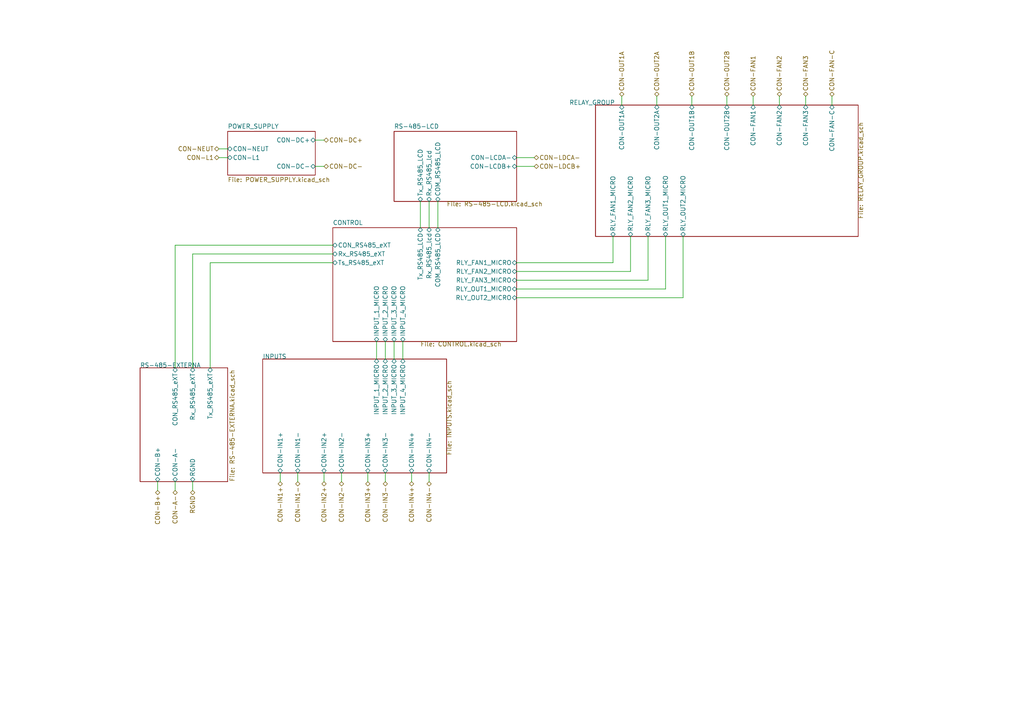
<source format=kicad_sch>
(kicad_sch (version 20230121) (generator eeschema)
  (paper "A4")
  (lib_symbols)
  (wire (pts (xy 121.92 58.42) (xy 121.92 66.04)))
  (wire (pts (xy 177.8 76.2) (xy 177.8 68.58)))
  (wire (pts (xy 187.96 81.28) (xy 187.96 68.58)))
  (wire (pts (xy 182.88 68.58) (xy 182.88 78.74)))
  (wire (pts (xy 210.82 27.94) (xy 210.82 30.48)))
  (wire (pts (xy 233.68 27.94) (xy 233.68 30.48)))
  (wire (pts (xy 55.88 139.7) (xy 55.88 142.24)))
  (wire (pts (xy 114.3 99.06) (xy 114.3 104.14)))
  (wire (pts (xy 93.98 137.16) (xy 93.98 139.7)))
  (wire (pts (xy 50.8 106.68) (xy 50.8 71.12)))
  (wire (pts (xy 109.22 99.06) (xy 109.22 104.14)))
  (wire (pts (xy 81.28 137.16) (xy 81.28 139.7)))
  (wire (pts (xy 149.86 81.28) (xy 187.96 81.28)))
  (wire (pts (xy 198.12 68.58) (xy 198.12 86.36)))
  (wire (pts (xy 149.86 83.82) (xy 193.04 83.82)))
  (wire (pts (xy 50.8 71.12) (xy 96.52 71.12)))
  (wire (pts (xy 180.34 27.94) (xy 180.34 30.48)))
  (wire (pts (xy 50.8 139.7) (xy 50.8 142.24)))
  (wire (pts (xy 96.52 73.66) (xy 55.88 73.66)))
  (wire (pts (xy 86.36 137.16) (xy 86.36 139.7)))
  (wire (pts (xy 190.5 27.94) (xy 190.5 30.48)))
  (wire (pts (xy 63.5 45.72) (xy 66.04 45.72)))
  (wire (pts (xy 218.44 27.94) (xy 218.44 30.48)))
  (wire (pts (xy 226.06 27.94) (xy 226.06 30.48)))
  (wire (pts (xy 149.86 48.26) (xy 154.94 48.26)))
  (wire (pts (xy 91.44 48.26) (xy 93.98 48.26)))
  (wire (pts (xy 193.04 83.82) (xy 193.04 68.58)))
  (wire (pts (xy 99.06 137.16) (xy 99.06 139.7)))
  (wire (pts (xy 127 58.42) (xy 127 66.04)))
  (wire (pts (xy 149.86 76.2) (xy 177.8 76.2)))
  (wire (pts (xy 182.88 78.74) (xy 149.86 78.74)))
  (wire (pts (xy 149.86 45.72) (xy 154.94 45.72)))
  (wire (pts (xy 60.96 76.2) (xy 96.52 76.2)))
  (wire (pts (xy 124.46 58.42) (xy 124.46 66.04)))
  (wire (pts (xy 45.72 139.7) (xy 45.72 142.24)))
  (wire (pts (xy 111.76 99.06) (xy 111.76 104.14)))
  (wire (pts (xy 106.68 137.16) (xy 106.68 139.7)))
  (wire (pts (xy 119.38 137.16) (xy 119.38 139.7)))
  (wire (pts (xy 60.96 106.68) (xy 60.96 76.2)))
  (wire (pts (xy 241.3 27.94) (xy 241.3 30.48)))
  (wire (pts (xy 198.12 86.36) (xy 149.86 86.36)))
  (wire (pts (xy 55.88 73.66) (xy 55.88 106.68)))
  (wire (pts (xy 116.84 99.06) (xy 116.84 104.14)))
  (wire (pts (xy 63.5 43.18) (xy 66.04 43.18)))
  (wire (pts (xy 111.76 137.16) (xy 111.76 139.7)))
  (wire (pts (xy 124.46 137.16) (xy 124.46 139.7)))
  (wire (pts (xy 91.44 40.64) (xy 93.98 40.64)))
  (wire (pts (xy 200.66 27.94) (xy 200.66 30.48)))
  (hierarchical_label "CON-IN1+" (shape bidirectional) (at 81.28 139.7 270))
  (hierarchical_label "CON-OUT1B" (shape bidirectional) (at 200.66 27.94 90))
  (hierarchical_label "CON-IN4+" (shape bidirectional) (at 119.38 139.7 270))
  (hierarchical_label "CON-LDCB+" (shape bidirectional) (at 154.94 48.26 0))
  (hierarchical_label "CON-DC-" (shape bidirectional) (at 93.98 48.26 0))
  (hierarchical_label "CON-IN3+" (shape bidirectional) (at 106.68 139.7 270))
  (hierarchical_label "CON-FAN1" (shape bidirectional) (at 218.44 27.94 90))
  (hierarchical_label "CON-IN3-" (shape bidirectional) (at 111.76 139.7 270))
  (hierarchical_label "CON-A-" (shape bidirectional) (at 50.8 142.24 270))
  (hierarchical_label "RGND" (shape bidirectional) (at 55.88 142.24 270))
  (hierarchical_label "CON-IN4-" (shape bidirectional) (at 124.46 139.7 270))
  (hierarchical_label "CON-B+" (shape bidirectional) (at 45.72 142.24 270))
  (hierarchical_label "CON-IN1-" (shape bidirectional) (at 86.36 139.7 270))
  (hierarchical_label "CON-FAN2" (shape bidirectional) (at 226.06 27.94 90))
  (hierarchical_label "CON-OUT2A" (shape bidirectional) (at 190.5 27.94 90))
  (hierarchical_label "CON-DC+" (shape bidirectional) (at 93.98 40.64 0))
  (hierarchical_label "CON-OUT2B" (shape bidirectional) (at 210.82 27.94 90))
  (hierarchical_label "CON-OUT1A" (shape bidirectional) (at 180.34 27.94 90))
  (hierarchical_label "CON-L1" (shape bidirectional) (at 63.5 45.72 180))
  (hierarchical_label "CON-LDCA-" (shape bidirectional) (at 154.94 45.72 0))
  (hierarchical_label "CON-FAN-C" (shape bidirectional) (at 241.3 27.94 90))
  (hierarchical_label "CON-NEUT" (shape bidirectional) (at 63.5 43.18 180))
  (hierarchical_label "CON-IN2+" (shape bidirectional) (at 93.98 139.7 270))
  (hierarchical_label "CON-IN2-" (shape bidirectional) (at 99.06 139.7 270))
  (hierarchical_label "CON-FAN3" (shape bidirectional) (at 233.68 27.94 90))
  (sheet (at 76.2 104.14) (size 53.34 33.02) (stroke (width 0.1524))
    (property "Sheetname" "INPUTS" (at 76.2 104.14 0) (effects (justify left bottom)))
    (property "Sheetfile" "INPUTS.kicad_sch" (at 129.54 132.08 90) (effects (justify left top)))
    (pin "CON-IN3+" bidirectional (at 106.68 137.16 270))
    (pin "CON-IN4+" bidirectional (at 119.38 137.16 270))
    (pin "CON-IN3-" bidirectional (at 111.76 137.16 270))
    (pin "CON-IN4-" bidirectional (at 124.46 137.16 270))
    (pin "CON-IN1-" bidirectional (at 86.36 137.16 270))
    (pin "CON-IN1+" bidirectional (at 81.28 137.16 270))
    (pin "CON-IN2-" bidirectional (at 99.06 137.16 270))
    (pin "CON-IN2+" bidirectional (at 93.98 137.16 270))
    (pin "INPUT_1_MICRO" bidirectional (at 109.22 104.14 90))
    (pin "INPUT_3_MICRO" bidirectional (at 114.3 104.14 90))
    (pin "INPUT_2_MICRO" bidirectional (at 111.76 104.14 90))
    (pin "INPUT_4_MICRO" bidirectional (at 116.84 104.14 90))
  )
  (sheet (at 66.04 38.1) (size 25.4 12.7) (stroke (width 0.1524))
    (property "Sheetname" "POWER_SUPPLY" (at 66.04 37.3884 0) (effects (justify left bottom)))
    (property "Sheetfile" "POWER_SUPPLY.kicad_sch" (at 66.04 51.3846 0) (effects (justify left top)))
    (pin "CON-NEUT" bidirectional (at 66.04 43.18 180))
    (pin "CON-L1" bidirectional (at 66.04 45.72 180))
    (pin "CON-DC+" bidirectional (at 91.44 40.64 0))
    (pin "CON-DC-" bidirectional (at 91.44 48.26 0))
  )
  (sheet (at 114.3 38.1) (size 35.56 20.32) (stroke (width 0.1524))
    (property "Sheetname" "RS-485-LCD" (at 114.3 37.3884 0) (effects (justify left bottom)))
    (property "Sheetfile" "RS-485-LCD.kicad_sch" (at 129.54 58.42 0) (effects (justify left top)))
    (pin "Tx_RS485_LCD" bidirectional (at 121.92 58.42 270))
    (pin "Rx_RS485_lcd" bidirectional (at 124.46 58.42 270))
    (pin "COM_RS485_LCD" bidirectional (at 127 58.42 270))
    (pin "CON-LCDA-" bidirectional (at 149.86 45.72 0))
    (pin "CON-LCDB+" bidirectional (at 149.86 48.26 0))
  )
  (sheet (at 172.72 30.48) (size 76.2 38.1) (stroke (width 0.1524))
    (property "Sheetname" "RELAY_GROUP" (at 165.1 30.48 0) (effects (justify left bottom)))
    (property "Sheetfile" "RELAY_GROUP.kicad_sch" (at 248.92 63.5 90) (effects (justify left top)))
    (pin "RLY_FAN2_MICRO" bidirectional (at 182.88 68.58 270))
    (pin "RLY_OUT2_MICRO" bidirectional (at 198.12 68.58 270))
    (pin "RLY_FAN3_MICRO" bidirectional (at 187.96 68.58 270))
    (pin "RLY_OUT1_MICRO" bidirectional (at 193.04 68.58 270))
    (pin "RLY_FAN1_MICRO" bidirectional (at 177.8 68.58 270))
    (pin "CON-FAN1" bidirectional (at 218.44 30.48 90))
    (pin "CON-OUT2A" bidirectional (at 190.5 30.48 90))
    (pin "CON-OUT2B" bidirectional (at 210.82 30.48 90))
    (pin "CON-OUT1A" bidirectional (at 180.34 30.48 90))
    (pin "CON-OUT1B" bidirectional (at 200.66 30.48 90))
    (pin "CON-FAN3" bidirectional (at 233.68 30.48 90))
    (pin "CON-FAN2" bidirectional (at 226.06 30.48 90))
    (pin "CON-FAN-C" bidirectional (at 241.3 30.48 90))
  )
  (sheet (at 96.52 66.04) (size 53.34 33.02) (stroke (width 0.1524))
    (property "Sheetname" "CONTROL" (at 96.52 65.3284 0) (effects (justify left bottom)))
    (property "Sheetfile" "CONTROL.kicad_sch" (at 121.92 99.06 0) (effects (justify left top)))
    (pin "RLY_FAN1_MICRO" bidirectional (at 149.86 76.2 0))
    (pin "RLY_FAN3_MICRO" bidirectional (at 149.86 81.28 0))
    (pin "RLY_OUT2_MICRO" bidirectional (at 149.86 86.36 0))
    (pin "RLY_FAN2_MICRO" bidirectional (at 149.86 78.74 0))
    (pin "RLY_OUT1_MICRO" bidirectional (at 149.86 83.82 0))
    (pin "CON_RS485_eXT" bidirectional (at 96.52 71.12 180))
    (pin "Rx_RS485_eXT" bidirectional (at 96.52 73.66 180))
    (pin "Ts_RS485_eXT" bidirectional (at 96.52 76.2 180))
    (pin "INPUT_1_MICRO" bidirectional (at 109.22 99.06 270))
    (pin "INPUT_2_MICRO" bidirectional (at 111.76 99.06 270))
    (pin "INPUT_3_MICRO" bidirectional (at 114.3 99.06 270))
    (pin "Tx_RS485_LCD" bidirectional (at 121.92 66.04 90))
    (pin "Rx_RS485_lcd" bidirectional (at 124.46 66.04 90))
    (pin "COM_RS485_LCD" bidirectional (at 127 66.04 90))
    (pin "INPUT_4_MICRO" bidirectional (at 116.84 99.06 270))
  )
  (sheet (at 40.64 106.68) (size 25.4 33.02) (stroke (width 0.1524))
    (property "Sheetname" "RS-485-EXTERNA" (at 40.64 106.68 0) (effects (justify left bottom)))
    (property "Sheetfile" "RS-485-EXTERNA.kicad_sch" (at 66.6246 139.7 90) (effects (justify left top)))
    (pin "CON-A-" bidirectional (at 50.8 139.7 270))
    (pin "CON-B+" bidirectional (at 45.72 139.7 270))
    (pin "RGND" bidirectional (at 55.88 139.7 270))
    (pin "CON_RS485_eXT" bidirectional (at 50.8 106.68 90))
    (pin "Rx_RS485_eXT" bidirectional (at 55.88 106.68 90))
    (pin "Tx_RS485_eXT" bidirectional (at 60.96 106.68 90))
  )
)
</source>
